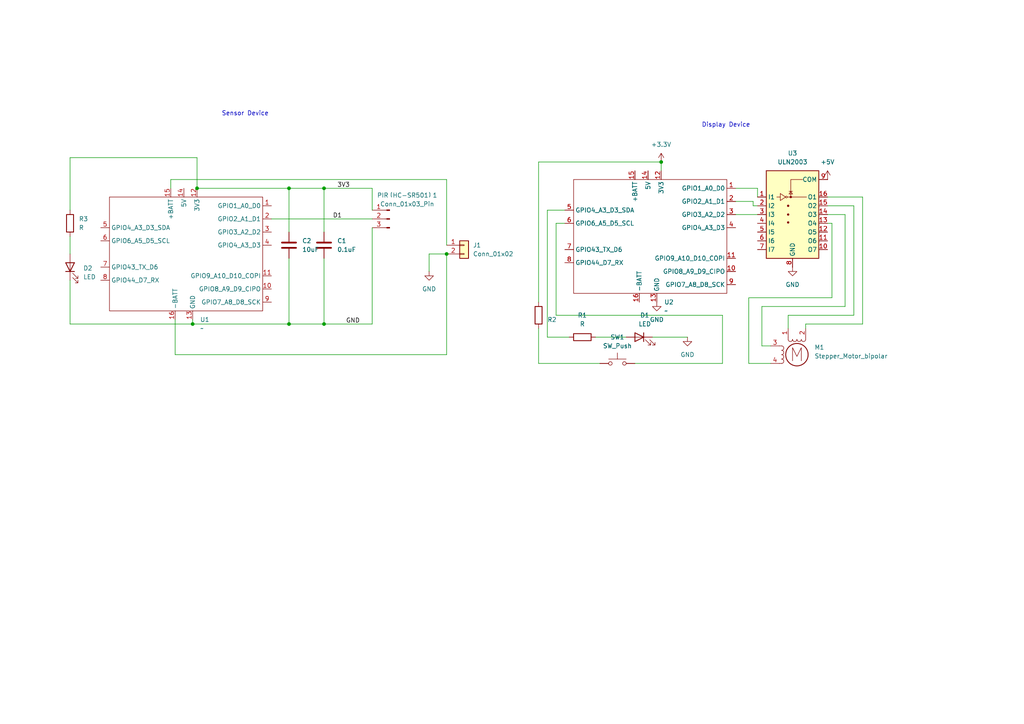
<source format=kicad_sch>
(kicad_sch (version 20250114) (generator "eeschema") (generator_version "9.0")
  (paper "A4")
  (lib_symbols
    (symbol "Connector:Conn_01x03_Pin" (pin_names (offset 1.016) (hide yes))
      (property "Reference" "J" (at 0 5.08 0))
      (property "Value" "Conn_01x03_Pin" (at 0 -5.08 0))
      (symbol "Conn_01x03_Pin_1_1"
        (rectangle (start 0.8636 2.667) (end 0 2.413) (stroke (width 0.1524)) (fill (type outline)))
        (rectangle (start 0.8636 0.127) (end 0 -0.127) (stroke (width 0.1524)) (fill (type outline)))
        (rectangle (start 0.8636 -2.413) (end 0 -2.667) (stroke (width 0.1524)) (fill (type outline)))
        (polyline (pts (xy 1.27 2.54) (xy 0.8636 2.54)) (stroke (width 0.1524)))
        (polyline (pts (xy 1.27 0) (xy 0.8636 0)) (stroke (width 0.1524)))
        (polyline (pts (xy 1.27 -2.54) (xy 0.8636 -2.54)) (stroke (width 0.1524)))
        (pin passive line (at 5.08 2.54 180) (length 3.81) (name "Pin_1") (number "1"))
        (pin passive line (at 5.08 0 180) (length 3.81) (name "Pin_2") (number "2"))
        (pin passive line (at 5.08 -2.54 180) (length 3.81) (name "Pin_3") (number "3"))
      )
    )
    (symbol "Connector_Generic:Conn_01x02" (pin_names (offset 1.016) (hide yes))
      (property "Reference" "J1" (at 2.54 0.0001 0))
      (property "Value" "Conn_01x02" (at 2.54 -2.5399 0))
      (symbol "Conn_01x02_1_1"
        (rectangle (start -1.27 1.27) (end 1.27 -3.81) (stroke (width 0.254)) (fill (type background)))
        (rectangle (start -1.27 0.127) (end 0 -0.127) (stroke (width 0.1524)))
        (rectangle (start -1.27 -2.413) (end 0 -2.667) (stroke (width 0.1524)))
        (pin passive line (at -5.08 0 0) (length 3.81) (name "+BATT") (number "1"))
        (pin passive line (at -5.08 -2.54 0) (length 3.81) (name "-BATT") (number "2"))
      )
    )
    (symbol "Device:C" (pin_numbers (hide yes)) (pin_names (offset 0.254))
      (property "Reference" "C" (at 0.635 2.54 0))
      (property "Value" "C" (at 0.635 -2.54 0))
      (symbol "C_0_1"
        (polyline (pts (xy -2.032 0.762) (xy 2.032 0.762)) (stroke (width 0.508)))
        (polyline (pts (xy -2.032 -0.762) (xy 2.032 -0.762)) (stroke (width 0.508)))
      )
      (symbol "C_1_1"
        (pin passive line (at 0 3.81 270) (length 2.794) (name "~") (number "1"))
        (pin passive line (at 0 -3.81 90) (length 2.794) (name "~") (number "2"))
      )
    )
    (symbol "Device:LED" (pin_numbers (hide yes)) (pin_names (offset 1.016) (hide yes))
      (property "Reference" "D" (at 0 2.54 0))
      (property "Value" "LED" (at 0 -2.54 0))
      (symbol "LED_0_1"
        (polyline (pts (xy -3.048 -0.762) (xy -4.572 -2.286) (xy -3.81 -2.286) (xy -4.572 -2.286) (xy -4.572 -1.524)))
        (polyline (pts (xy -1.778 -0.762) (xy -3.302 -2.286) (xy -2.54 -2.286) (xy -3.302 -2.286) (xy -3.302 -1.524)))
        (polyline (pts (xy -1.27 0) (xy 1.27 0)))
        (polyline (pts (xy -1.27 -1.27) (xy -1.27 1.27)) (stroke (width 0.254)))
        (polyline (pts (xy 1.27 -1.27) (xy 1.27 1.27) (xy -1.27 0) (xy 1.27 -1.27)) (stroke (width 0.254)))
      )
      (symbol "LED_1_1"
        (pin passive line (at -3.81 0 0) (length 2.54) (name "K") (number "1"))
        (pin passive line (at 3.81 0 180) (length 2.54) (name "A") (number "2"))
      )
    )
    (symbol "Device:R" (pin_numbers (hide yes)) (pin_names (offset 0))
      (property "Reference" "R" (at 2.032 0 90))
      (property "Value" "R" (at 0 0 90))
      (symbol "R_0_1"
        (rectangle (start -1.016 -2.54) (end 1.016 2.54) (stroke (width 0.254)))
      )
      (symbol "R_1_1"
        (pin passive line (at 0 3.81 270) (length 1.27) (name "~") (number "1"))
        (pin passive line (at 0 -3.81 90) (length 1.27) (name "~") (number "2"))
      )
    )
    (symbol "GIX_ESP32:XIAO_ESP32"
      (property "Reference" "U" (at -19.812 18.288 0))
      (symbol "XIAO_ESP32_0_1"
        (polyline (pts (xy -21.59 16.51) (xy -21.59 -16.51) (xy 22.86 -16.51) (xy 22.86 16.51) (xy -21.59 16.51)))
      )
      (symbol "XIAO_ESP32_1_1"
        (pin bidirectional line (at -24.13 7.62 0) (length 2.54) (name "GPIO4_A3_D3_SDA") (number "5"))
        (pin bidirectional line (at -24.13 3.81 0) (length 2.54) (name "GPIO6_A5_D5_SCL") (number "6"))
        (pin bidirectional line (at -24.13 -3.81 0) (length 2.54) (name "GPIO43_TX_D6") (number "7"))
        (pin bidirectional line (at -24.13 -7.62 0) (length 2.54) (name "GPIO44_D7_RX") (number "8"))
        (pin bidirectional line (at -3.81 19.05 270) (length 2.54) (name "+BATT") (number "15"))
        (pin bidirectional line (at -2.54 -19.05 90) (length 2.54) (name "-BATT") (number "16"))
        (pin bidirectional line (at 0 19.05 270) (length 2.54) (name "5V") (number "14"))
        (pin bidirectional line (at 2.54 -19.05 90) (length 2.54) (name "GND") (number "13"))
        (pin bidirectional line (at 3.81 19.05 270) (length 2.54) (name "3V3") (number "12"))
        (pin bidirectional line (at 25.4 13.97 180) (length 2.54) (name "GPIO1_A0_D0") (number "1"))
        (pin bidirectional line (at 25.4 10.16 180) (length 2.54) (name "GPIO2_A1_D1") (number "2"))
        (pin bidirectional line (at 25.4 6.35 180) (length 2.54) (name "GPIO3_A2_D2") (number "3"))
        (pin bidirectional line (at 25.4 2.54 180) (length 2.54) (name "GPIO4_A3_D3") (number "4"))
        (pin bidirectional line (at 25.4 -6.35 180) (length 2.54) (name "GPIO9_A10_D10_COPI") (number "11"))
        (pin bidirectional line (at 25.4 -10.16 180) (length 2.54) (name "GPIO8_A9_D9_CIPO") (number "10"))
        (pin bidirectional line (at 25.4 -13.97 180) (length 2.54) (name "GPIO7_A8_D8_SCK") (number "9"))
      )
    )
    (symbol "Motor:Stepper_Motor_bipolar" (pin_names (offset 0) (hide yes))
      (property "Reference" "M" (at 3.81 2.54 0))
      (property "Value" "Stepper_Motor_bipolar" (at 3.81 1.27 0))
      (symbol "Stepper_Motor_bipolar_0_0"
        (polyline (pts (xy -1.27 -1.778) (xy -1.27 2.032) (xy 0 -0.508) (xy 1.27 2.032) (xy 1.27 -1.778)))
      )
      (symbol "Stepper_Motor_bipolar_0_1"
        (polyline (pts (xy -5.08 2.54) (xy -4.445 2.54)))
        (polyline (pts (xy -5.08 -2.54) (xy -4.445 -2.54)))
        (arc (start -4.445 2.54) (mid -3.8127 1.905) (end -4.445 1.27))
        (arc (start -4.445 1.27) (mid -3.8127 0.635) (end -4.445 0))
        (arc (start -4.445 0) (mid -3.8127 -0.635) (end -4.445 -1.27))
        (arc (start -4.445 -1.27) (mid -3.8127 -1.905) (end -4.445 -2.54))
        (polyline (pts (xy -2.54 5.08) (xy -2.54 4.445)))
        (arc (start -1.27 4.445) (mid -1.905 3.8127) (end -2.54 4.445))
        (arc (start 0 4.445) (mid -0.635 3.8127) (end -1.27 4.445))
        (circle (center 0 0) (radius 3.2512) (stroke (width 0.254)))
        (arc (start 1.27 4.445) (mid 0.635 3.8127) (end 0 4.445))
        (arc (start 2.54 4.445) (mid 1.905 3.8127) (end 1.27 4.445))
        (polyline (pts (xy 2.54 5.08) (xy 2.54 4.445)))
      )
      (symbol "Stepper_Motor_bipolar_1_1"
        (pin passive line (at -7.62 2.54 0) (length 2.54) (name "~") (number "3"))
        (pin passive line (at -7.62 -2.54 0) (length 2.54) (name "~") (number "4"))
        (pin passive line (at -2.54 7.62 270) (length 2.54) (name "~") (number "1"))
        (pin passive line (at 2.54 7.62 270) (length 2.54) (name "-") (number "2"))
      )
    )
    (symbol "Switch:SW_Push" (pin_numbers (hide yes)) (pin_names (offset 1.016) (hide yes))
      (property "Reference" "SW" (at 1.27 2.54 0))
      (property "Value" "SW_Push" (at 0 -1.524 0))
      (symbol "SW_Push_0_1"
        (circle (center -2.032 0) (radius 0.508))
        (polyline (pts (xy 0 1.27) (xy 0 3.048)))
        (circle (center 2.032 0) (radius 0.508))
        (polyline (pts (xy 2.54 1.27) (xy -2.54 1.27)))
        (pin passive line (at -5.08 0 0) (length 2.54) (name "1") (number "1"))
        (pin passive line (at 5.08 0 180) (length 2.54) (name "2") (number "2"))
      )
    )
    (symbol "Transistor_Array:ULN2003"
      (property "Reference" "U" (at 0 15.875 0))
      (property "Value" "ULN2003" (at 0 13.97 0))
      (symbol "ULN2003_0_1"
        (rectangle (start -7.62 -12.7) (end 7.62 12.7) (stroke (width 0.254)) (fill (type background)))
        (polyline (pts (xy -4.572 5.08) (xy -3.556 5.08)))
        (polyline (pts (xy -3.556 6.096) (xy -3.556 4.064) (xy -2.032 5.08) (xy -3.556 6.096)))
        (circle (center -1.778 5.08) (radius 0.254))
        (polyline (pts (xy -1.524 5.08) (xy 4.064 5.08)))
        (circle (center -1.27 2.54) (radius 0.254) (fill (type outline)))
        (circle (center -1.27 0) (radius 0.254) (fill (type outline)))
        (circle (center -1.27 -2.286) (radius 0.254) (fill (type outline)))
        (circle (center -0.508 5.08) (radius 0.254) (fill (type outline)))
        (polyline (pts (xy -0.508 5.08) (xy -0.508 10.16) (xy 2.921 10.16)))
        (polyline (pts (xy 0 6.731) (xy -1.016 6.731)))
        (polyline (pts (xy 0 5.969) (xy -1.016 5.969) (xy -0.508 6.731) (xy 0 5.969)))
      )
      (symbol "ULN2003_1_1"
        (pin input line (at -10.16 5.08 0) (length 2.54) (name "I1") (number "1"))
        (pin input line (at -10.16 2.54 0) (length 2.54) (name "I2") (number "2"))
        (pin input line (at -10.16 0 0) (length 2.54) (name "I3") (number "3"))
        (pin input line (at -10.16 -2.54 0) (length 2.54) (name "I4") (number "4"))
        (pin input line (at -10.16 -5.08 0) (length 2.54) (name "I5") (number "5"))
        (pin input line (at -10.16 -7.62 0) (length 2.54) (name "I6") (number "6"))
        (pin input line (at -10.16 -10.16 0) (length 2.54) (name "I7") (number "7"))
        (pin power_in line (at 0 -15.24 90) (length 2.54) (name "GND") (number "8"))
        (pin passive line (at 10.16 10.16 180) (length 2.54) (name "COM") (number "9"))
        (pin open_collector line (at 10.16 5.08 180) (length 2.54) (name "O1") (number "16"))
        (pin open_collector line (at 10.16 2.54 180) (length 2.54) (name "O2") (number "15"))
        (pin open_collector line (at 10.16 0 180) (length 2.54) (name "O3") (number "14"))
        (pin open_collector line (at 10.16 -2.54 180) (length 2.54) (name "O4") (number "13"))
        (pin open_collector line (at 10.16 -5.08 180) (length 2.54) (name "O5") (number "12"))
        (pin open_collector line (at 10.16 -7.62 180) (length 2.54) (name "O6") (number "11"))
        (pin open_collector line (at 10.16 -10.16 180) (length 2.54) (name "O7") (number "10"))
      )
    )
    (symbol "power:+3.3V" (power) (pin_numbers (hide yes)) (pin_names (offset 0) (hide yes))
      (property "Value" "+3.3V" (at 0 3.556 0))
      (symbol "+3.3V_0_1"
        (polyline (pts (xy -0.762 1.27) (xy 0 2.54)))
        (polyline (pts (xy 0 2.54) (xy 0.762 1.27)))
        (polyline (pts (xy 0 0) (xy 0 2.54)))
      )
      (symbol "+3.3V_1_1"
        (pin power_in line (at 0 0 90) (length 0) (name "~") (number "1"))
      )
    )
    (symbol "power:+5V" (power) (pin_numbers (hide yes)) (pin_names (offset 0) (hide yes))
      (property "Value" "+5V" (at 0 3.556 0))
      (symbol "+5V_0_1"
        (polyline (pts (xy -0.762 1.27) (xy 0 2.54)))
        (polyline (pts (xy 0 2.54) (xy 0.762 1.27)))
        (polyline (pts (xy 0 0) (xy 0 2.54)))
      )
      (symbol "+5V_1_1"
        (pin power_in line (at 0 0 90) (length 0) (name "~") (number "1"))
      )
    )
    (symbol "power:GND" (power) (pin_numbers (hide yes)) (pin_names (offset 0) (hide yes))
      (property "Value" "GND" (at 0 -3.81 0))
      (symbol "GND_0_1"
        (polyline (pts (xy 0 0) (xy 0 -1.27) (xy 1.27 -1.27) (xy 0 -2.54) (xy -1.27 -1.27) (xy 0 -1.27)))
      )
      (symbol "GND_1_1"
        (pin power_in line (at 0 0 270) (length 0) (name "~") (number "1"))
      )
    )
  )
  (text "Display Device" (at 210.566 36.322 0) (effects (font (size 1.27 1.27))))
  (text "Sensor Device" (at 71.12 33.02 0) (effects (font (size 1.27 1.27))))
  (junction (at 191.77 46.99))
  (junction (at 57.15 54.61))
  (junction (at 55.88 93.98))
  (junction (at 93.98 54.61))
  (junction (at 83.82 93.98))
  (junction (at 83.82 54.61))
  (junction (at 129.54 73.66))
  (junction (at 93.98 93.98))
  (wire (pts (xy 233.68 93.98) (xy 233.68 95.25)))
  (wire (pts (xy 57.15 45.72) (xy 20.32 45.72)))
  (wire (pts (xy 240.03 62.23) (xy 245.11 62.23)))
  (wire (pts (xy 20.32 81.28) (xy 20.32 93.98)))
  (wire (pts (xy 55.88 93.98) (xy 55.88 92.71)))
  (wire (pts (xy 213.36 54.61) (xy 219.71 54.61)))
  (wire (pts (xy 93.98 54.61) (xy 107.95 54.61)))
  (wire (pts (xy 241.3 64.77) (xy 241.3 86.36)))
  (wire (pts (xy 49.53 54.61) (xy 49.53 52.07)))
  (wire (pts (xy 247.65 91.44) (xy 228.6 91.44)))
  (wire (pts (xy 107.95 66.04) (xy 107.95 93.98)))
  (wire (pts (xy 156.21 87.63) (xy 156.21 46.99)))
  (wire (pts (xy 83.82 54.61) (xy 93.98 54.61)))
  (wire (pts (xy 163.83 64.77) (xy 161.29 64.77)))
  (wire (pts (xy 218.44 59.69) (xy 219.71 59.69)))
  (wire (pts (xy 124.46 73.66) (xy 129.54 73.66)))
  (wire (pts (xy 218.44 58.42) (xy 218.44 59.69)))
  (wire (pts (xy 213.36 58.42) (xy 218.44 58.42)))
  (wire (pts (xy 209.55 91.44) (xy 209.55 105.41)))
  (wire (pts (xy 93.98 54.61) (xy 93.98 67.31)))
  (wire (pts (xy 173.99 105.41) (xy 156.21 105.41)))
  (wire (pts (xy 240.03 57.15) (xy 250.19 57.15)))
  (wire (pts (xy 57.15 54.61) (xy 57.15 45.72)))
  (wire (pts (xy 93.98 74.93) (xy 93.98 93.98)))
  (wire (pts (xy 57.15 54.61) (xy 83.82 54.61)))
  (wire (pts (xy 250.19 93.98) (xy 233.68 93.98)))
  (wire (pts (xy 156.21 105.41) (xy 156.21 95.25)))
  (wire (pts (xy 83.82 93.98) (xy 93.98 93.98)))
  (wire (pts (xy 158.75 97.79) (xy 165.1 97.79)))
  (wire (pts (xy 220.98 88.9) (xy 220.98 100.33)))
  (wire (pts (xy 20.32 68.58) (xy 20.32 73.66)))
  (wire (pts (xy 156.21 46.99) (xy 191.77 46.99)))
  (wire (pts (xy 83.82 93.98) (xy 55.88 93.98)))
  (wire (pts (xy 189.23 97.79) (xy 199.39 97.79)))
  (wire (pts (xy 241.3 86.36) (xy 217.17 86.36)))
  (wire (pts (xy 20.32 93.98) (xy 55.88 93.98)))
  (wire (pts (xy 240.03 64.77) (xy 241.3 64.77)))
  (wire (pts (xy 124.46 73.66) (xy 124.46 78.74)))
  (wire (pts (xy 209.55 105.41) (xy 184.15 105.41)))
  (wire (pts (xy 172.72 97.79) (xy 181.61 97.79)))
  (wire (pts (xy 50.8 102.87) (xy 129.54 102.87)))
  (wire (pts (xy 161.29 64.77) (xy 161.29 91.44)))
  (wire (pts (xy 83.82 74.93) (xy 83.82 93.98)))
  (wire (pts (xy 217.17 86.36) (xy 217.17 105.41)))
  (wire (pts (xy 250.19 57.15) (xy 250.19 93.98)))
  (wire (pts (xy 228.6 91.44) (xy 228.6 95.25)))
  (wire (pts (xy 161.29 91.44) (xy 209.55 91.44)))
  (wire (pts (xy 158.75 60.96) (xy 158.75 97.79)))
  (wire (pts (xy 49.53 52.07) (xy 129.54 52.07)))
  (wire (pts (xy 245.11 62.23) (xy 245.11 88.9)))
  (wire (pts (xy 107.95 93.98) (xy 93.98 93.98)))
  (wire (pts (xy 247.65 59.69) (xy 247.65 91.44)))
  (wire (pts (xy 129.54 102.87) (xy 129.54 73.66)))
  (wire (pts (xy 83.82 54.61) (xy 83.82 67.31)))
  (wire (pts (xy 20.32 45.72) (xy 20.32 60.96)))
  (wire (pts (xy 220.98 100.33) (xy 223.52 100.33)))
  (wire (pts (xy 240.03 59.69) (xy 247.65 59.69)))
  (wire (pts (xy 217.17 105.41) (xy 223.52 105.41)))
  (wire (pts (xy 191.77 46.99) (xy 191.77 49.53)))
  (wire (pts (xy 219.71 54.61) (xy 219.71 57.15)))
  (wire (pts (xy 107.95 54.61) (xy 107.95 60.96)))
  (wire (pts (xy 163.83 60.96) (xy 158.75 60.96)))
  (wire (pts (xy 50.8 92.71) (xy 50.8 102.87)))
  (wire (pts (xy 245.11 88.9) (xy 220.98 88.9)))
  (wire (pts (xy 78.74 63.5) (xy 107.95 63.5)))
  (wire (pts (xy 213.36 62.23) (xy 219.71 62.23)))
  (wire (pts (xy 129.54 52.07) (xy 129.54 71.12)))
  (label "GND" (at 100.33 93.98 0))
  (label "3V3" (at 97.79 54.61 0))
  (label "D1" (at 96.52 63.5 0))
  (symbol (lib_id "power:GND") (at 190.5 87.63 0) (unit 1)
    (property "Reference" "#PWR04" (effects (hide yes)))
    (property "Value" "GND" (at 190.5 92.71 0))
    (property "Description" "Power symbol creates a global label with name \"GND\" , ground" (effects (hide yes)))
  )
  (symbol (lib_id "Motor:Stepper_Motor_bipolar") (at 231.14 102.87 0) (unit 1)
    (property "Reference" "M1" (at 236.22 100.749 0) (effects (justify left)))
    (property "Value" "Stepper_Motor_bipolar" (at 236.22 103.289 0) (effects (justify left)))
    (property "Datasheet" "http://www.infineon.com/dgdl/Application-Note-TLE8110EE_driving_UniPolarStepperMotor_V1.1.pdf?fileId=db3a30431be39b97011be5d0aa0a00b0" (effects (hide yes)))
    (property "Description" "4-wire bipolar stepper motor" (effects (hide yes)))
  )
  (symbol (lib_id "Connector:Conn_01x03_Pin") (at 113.03 63.5 0) (mirror y) (unit 1)
    (property "Reference" "PIR（HC-SR501）1" (at 118.11 56.642 0))
    (property "Value" "Conn_01x03_Pin" (at 118.11 59.182 0))
    (property "Footprint" "Connector_PinSocket_2.54mm:PinSocket_1x03_P2.54mm_Vertical" (effects (hide yes)))
    (property "Description" "Generic connector, single row, 01x03, script generated" (effects (hide yes)))
  )
  (symbol (lib_id "Device:C") (at 83.82 71.12 0) (unit 1)
    (property "Reference" "C2" (at 87.63 69.8499 0) (effects (justify left)))
    (property "Value" "10uF" (at 87.63 72.3899 0) (effects (justify left)))
    (property "Footprint" "Capacitor_SMD:C_0805_2012Metric_Pad1.18x1.45mm_HandSolder" (effects (hide yes)))
    (property "Description" "Unpolarized capacitor" (effects (hide yes)))
  )
  (symbol (lib_id "power:+3.3V") (at 191.77 46.99 0) (unit 1)
    (property "Reference" "#PWR07" (effects (hide yes)))
    (property "Value" "+3.3V" (at 191.77 41.91 0))
    (property "Description" "Power symbol creates a global label with name \"+3.3V\"" (effects (hide yes)))
  )
  (symbol (lib_id "power:GND") (at 199.39 97.79 0) (unit 1)
    (property "Reference" "#PWR08" (effects (hide yes)))
    (property "Value" "GND" (at 199.39 102.87 0))
    (property "Description" "Power symbol creates a global label with name \"GND\" , ground" (effects (hide yes)))
  )
  (symbol (lib_id "Device:LED") (at 20.32 77.47 90) (unit 1)
    (property "Reference" "D2" (at 24.13 77.7874 90) (effects (justify right)))
    (property "Value" "LED" (at 24.13 80.3274 90) (effects (justify right)))
    (property "Footprint" "LED_SMD:LED_0805_2012Metric_Pad1.15x1.40mm_HandSolder" (effects (hide yes)))
    (property "Description" "Light emitting diode" (effects (hide yes)))
    (property "Sim.Pins" "1=K 2=A" (effects (hide yes)))
  )
  (symbol (lib_id "power:+5V") (at 240.03 52.07 0) (unit 1)
    (property "Reference" "#PWR06" (effects (hide yes)))
    (property "Value" "+5V" (at 240.03 46.99 0))
    (property "Description" "Power symbol creates a global label with name \"+5V\"" (effects (hide yes)))
  )
  (symbol (lib_id "Connector_Generic:Conn_01x02") (at 134.62 71.12 0) (unit 1)
    (property "Reference" "J1" (at 137.16 71.1199 0) (effects (justify left)))
    (property "Value" "Conn_01x02" (at 137.16 73.6599 0) (effects (justify left)))
    (property "Footprint" "Connector_PinSocket_2.54mm:PinSocket_1x02_P2.54mm_Vertical" (effects (hide yes)))
    (property "Description" "Generic connector, single row, 01x02, script generated (kicad-library-utils/schlib/autogen/connector/)" (effects (hide yes)))
  )
  (symbol (lib_id "power:GND") (at 229.87 77.47 0) (unit 1)
    (property "Reference" "#PWR05" (effects (hide yes)))
    (property "Value" "GND" (at 229.87 82.55 0))
    (property "Description" "Power symbol creates a global label with name \"GND\" , ground" (effects (hide yes)))
  )
  (symbol (lib_id "Switch:SW_Push") (at 179.07 105.41 0) (unit 1)
    (property "Reference" "SW1" (at 179.07 97.79 0))
    (property "Value" "SW_Push" (at 179.07 100.33 0))
    (property "Description" "Push button switch, generic, two pins" (effects (hide yes)))
  )
  (symbol (lib_id "Device:C") (at 93.98 71.12 0) (unit 1)
    (property "Reference" "C1" (at 97.79 69.8499 0) (effects (justify left)))
    (property "Value" "0.1uF" (at 97.79 72.3899 0) (effects (justify left)))
    (property "Footprint" "Capacitor_SMD:C_0805_2012Metric_Pad1.18x1.45mm_HandSolder" (effects (hide yes)))
    (property "Description" "Unpolarized capacitor" (effects (hide yes)))
  )
  (symbol (lib_id "Device:LED") (at 185.42 97.79 0) (mirror y) (unit 1)
    (property "Reference" "D1" (at 187.0075 91.44 0))
    (property "Value" "LED" (at 187.0075 93.98 0))
    (property "Footprint" "LED_SMD:LED_0805_2012Metric_Pad1.15x1.40mm_HandSolder" (effects (hide yes)))
    (property "Description" "Light emitting diode" (effects (hide yes)))
    (property "Sim.Pins" "1=K 2=A" (effects (hide yes)))
  )
  (symbol (lib_id "Device:R") (at 156.21 91.44 0) (unit 1)
    (property "Reference" "R2" (at 158.75 92.7099 0) (effects (justify left)))
    (property "Value" "R" (at 158.75 92.7099 0) (effects (justify left)))
    (property "Footprint" "Resistor_SMD:R_0805_2012Metric_Pad1.20x1.40mm_HandSolder" (effects (hide yes)))
    (property "Description" "Resistor" (effects (hide yes)))
  )
  (symbol (lib_id "GIX_ESP32:XIAO_ESP32") (at 53.34 73.66 0) (unit 1)
    (property "Reference" "U1" (at 58.0233 92.71 0) (effects (justify left)))
    (property "Value" "~" (at 58.0233 95.25 0) (effects (justify left)))
    (property "Footprint" "GIX_ESP32:XIAO_ESP32" (effects (hide yes)))
  )
  (symbol (lib_id "Transistor_Array:ULN2003") (at 229.87 62.23 0) (unit 1)
    (property "Reference" "U3" (at 229.87 44.45 0))
    (property "Value" "ULN2003" (at 229.87 46.99 0))
    (property "Datasheet" "http://www.ti.com/lit/ds/symlink/uln2003a.pdf" (effects (hide yes)))
    (property "Description" "High Voltage, High Current Darlington Transistor Arrays, SOIC16/SOIC16W/DIP16/TSSOP16" (effects (hide yes)))
  )
  (symbol (lib_id "GIX_ESP32:XIAO_ESP32") (at 187.96 68.58 0) (unit 1)
    (property "Reference" "U2" (at 192.6433 87.63 0) (effects (justify left)))
    (property "Value" "~" (at 192.6433 90.17 0) (effects (justify left)))
    (property "Footprint" "GIX_ESP32:XIAO_ESP32" (effects (hide yes)))
  )
  (symbol (lib_id "Device:R") (at 168.91 97.79 90) (unit 1)
    (property "Reference" "R1" (at 168.91 91.44 90))
    (property "Value" "R" (at 168.91 93.98 90))
    (property "Footprint" "Resistor_SMD:R_0805_2012Metric_Pad1.20x1.40mm_HandSolder" (effects (hide yes)))
    (property "Description" "Resistor" (effects (hide yes)))
  )
  (symbol (lib_id "power:GND") (at 124.46 78.74 0) (unit 1)
    (property "Reference" "#PWR02" (effects (hide yes)))
    (property "Value" "GND" (at 124.46 83.82 0))
    (property "Description" "Power symbol creates a global label with name \"GND\" , ground" (effects (hide yes)))
  )
  (symbol (lib_id "Device:R") (at 20.32 64.77 0) (unit 1)
    (property "Reference" "R3" (at 22.86 63.4999 0) (effects (justify left)))
    (property "Value" "R" (at 22.86 66.0399 0) (effects (justify left)))
    (property "Footprint" "Resistor_SMD:R_0805_2012Metric_Pad1.20x1.40mm_HandSolder" (effects (hide yes)))
    (property "Description" "Resistor" (effects (hide yes)))
  )
)
</source>
